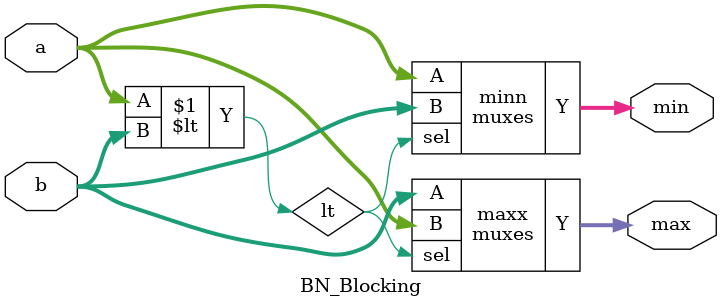
<source format=v>
`timescale 1ns / 1ps

module sorting_8(
    input [31:0] a0,a1,a2,a3,a4,a5,a6,a7,
    input select,clk,rst,
    output [31:0] b00,b11,b22,b33,b44,b55,b66,b77
    );
    
    wire [31:0] a00,a11,a22,a33,a44,a55,a66,a77;
    wire [31:0] b0, b1, b2, b3, b4, b5, b6, b7;
    
    d_ff d1(.clk(clk), .rst(rst), .d(b0), .q(b00));
    d_ff d2(.clk(clk), .rst(rst), .d(b1), .q(b11));
    d_ff d3(.clk(clk), .rst(rst), .d(b2), .q(b22));
    d_ff d4(.clk(clk), .rst(rst), .d(b3), .q(b33));
    d_ff d5(.clk(clk), .rst(rst), .d(b4), .q(b44));
    d_ff d6(.clk(clk), .rst(rst), .d(b5), .q(b55));
    d_ff d7(.clk(clk), .rst(rst), .d(b6), .q(b66));
    d_ff d8(.clk(clk), .rst(rst), .d(b7), .q(b77));

    muxes m0(.sel(select),.A(a0),.B(b00),.Y(a00));
    muxes m1(.sel(select),.A(a1),.B(b11),.Y(a11));
    muxes m2(.sel(select),.A(a2),.B(b22),.Y(a22));
    muxes m3(.sel(select),.A(a3),.B(b33),.Y(a33));
    muxes m4(.sel(select),.A(a4),.B(b44),.Y(a44));
    muxes m5(.sel(select),.A(a5),.B(b55),.Y(a55));
    muxes m6(.sel(select),.A(a6),.B(b66),.Y(a66));
    muxes m7(.sel(select),.A(a7),.B(b77),.Y(a77));
    
    Sub_block sb (
            .x1(a00), .x2(a11), .x3(a22), .x4(a33),
            .x5(a44), .x6(a55), .x7(a66), .x8(a77),
            .y1(b0), .y2(b1), .y3(b2), .y4(b3),
            .y5(b4), .y6(b5), .y7(b6), .y8(b7)
        );

endmodule

module d_ff (
    input clk,rst,
    input [31:0] d,
    output reg [31:0] q
);

    always @(posedge clk or posedge rst) begin
        if (rst)
            q <= 32'b0;
        else
            q <= d;
    end

endmodule


module muxes (
    input sel,
    input [31:0] A, B,
    output [31:0] Y
);
    assign Y = sel ? A : B;
endmodule



module Sub_block(
    input [31:0] x1, x2, x3, x4, x5, x6, x7, x8,
    output [31:0] y1, y2, y3, y4, y5, y6, y7, y8
);

    wire [31:0] b12, b21, b22, b31, b32, b41;

    BN_Blocking b1 (.a(x1), .b(x2), .max(y1), .min(b12));
    BN_Blocking b2 (.a(x3), .b(x4), .max(b21), .min(b22));
    BN_Blocking b3 (.a(x5), .b(x6), .max(b31), .min(b32));
    BN_Blocking b4 (.a(x7), .b(x8), .max(b41), .min(y8));
    
    BN_Blocking b5 (.a(b12), .b(b21), .max(y2), .min(y3));
    BN_Blocking b6 (.a(b22), .b(b31), .max(y4), .min(y5));
    BN_Blocking b7 (.a(b32), .b(b41), .max(y6), .min(y7));

endmodule

module BN_Blocking(
    input [31:0] a, b,
    output [31:0] max, min
);
    wire lt;
    assign lt = (a < b); // Less-than comparison

    muxes minn(.sel(lt), .A(a), .B(b), .Y(min)); // Min output
    muxes maxx(.sel(lt), .A(b), .B(a), .Y(max)); // Max output
endmodule

</source>
